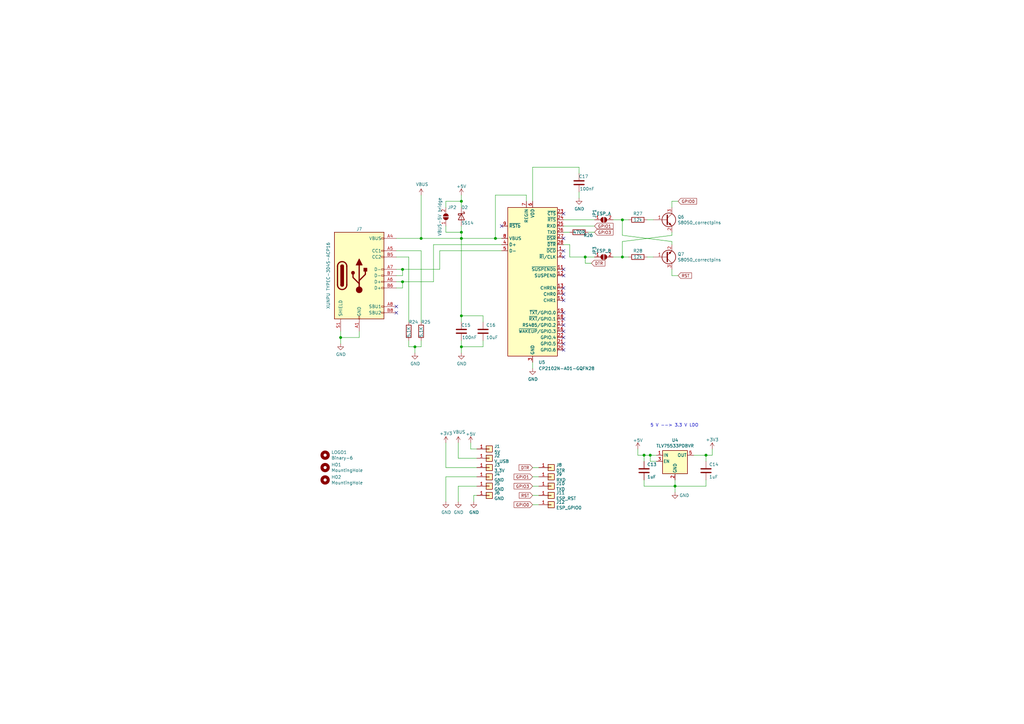
<source format=kicad_sch>
(kicad_sch (version 20210126) (generator eeschema)
  (paper "A3")
  (title_block (title "ESP-Hiro") (date "2021-01-31") (rev "1") (company "Binary-6"))
  (lib_symbols
    (symbol "Connector:USB_C_Receptacle_USB2.0" (pin_names (offset 1.016))
      (property "Reference" "J" (at -10.16 19.05 0))
      (property "Value" "USB_C_Receptacle_USB2.0" (at 19.05 19.05 0))
      (symbol "USB_C_Receptacle_USB2.0_0_0"
        (rectangle (start -0.254 -17.78) (end 0.254 -16.764))
        (rectangle (start 10.16 -14.986) (end 9.144 -15.494))
        (rectangle (start 10.16 -12.446) (end 9.144 -12.954))
        (rectangle (start 10.16 -4.826) (end 9.144 -5.334))
        (rectangle (start 10.16 -2.286) (end 9.144 -2.794))
        (rectangle (start 10.16 0.254) (end 9.144 -0.254))
        (rectangle (start 10.16 2.794) (end 9.144 2.286))
        (rectangle (start 10.16 7.874) (end 9.144 7.366))
        (rectangle (start 10.16 10.414) (end 9.144 9.906))
        (rectangle (start 10.16 15.494) (end 9.144 14.986))
      )
      (symbol "USB_C_Receptacle_USB2.0_0_1"
        (arc (start -8.89 -3.81) (end -5.08 -3.81) (radius (at -6.985 -3.81) (length 1.905) (angles -179.9 -0.1)) (stroke (width 0.508)))
        (arc (start -7.62 -3.81) (end -6.35 -3.81) (radius (at -6.985 -3.81) (length 0.635) (angles -179.9 -0.1)) (stroke (width 0.254)))
        (arc (start -7.62 -3.81) (end -6.35 -3.81) (radius (at -6.985 -3.81) (length 0.635) (angles -179.9 -0.1)) (stroke (width 0.254)) (fill (type outline)))
        (arc (start -6.35 3.81) (end -7.62 3.81) (radius (at -6.985 3.81) (length 0.635) (angles 0.1 179.9)) (stroke (width 0.254)) (fill (type outline)))
        (arc (start -6.35 3.81) (end -7.62 3.81) (radius (at -6.985 3.81) (length 0.635) (angles 0.1 179.9)) (stroke (width 0.254)))
        (arc (start -5.08 3.81) (end -8.89 3.81) (radius (at -6.985 3.81) (length 1.905) (angles 0.1 179.9)) (stroke (width 0.508)))
        (circle (center -2.54 1.143) (radius 0.635) (stroke (width 0.254)) (fill (type outline)))
        (circle (center 0 -5.842) (radius 1.27) (fill (type outline)))
        (rectangle (start -10.16 17.78) (end 10.16 -17.78) (stroke (width 0.254)) (fill (type background)))
        (rectangle (start -7.62 -3.81) (end -6.35 3.81) (stroke (width 0.254)) (fill (type outline)))
        (rectangle (start 1.905 1.778) (end 3.175 3.048) (stroke (width 0.254)) (fill (type outline)))
        (polyline (pts (xy -8.89 -3.81) (xy -8.89 3.81)) (stroke (width 0.508)))
        (polyline (pts (xy -5.08 3.81) (xy -5.08 -3.81)) (stroke (width 0.508)))
        (polyline (pts (xy 0 -5.842) (xy 0 4.318)) (stroke (width 0.508)))
        (polyline (pts (xy 0 -3.302) (xy -2.54 -0.762) (xy -2.54 0.508)) (stroke (width 0.508)))
        (polyline (pts (xy 0 -2.032) (xy 2.54 0.508) (xy 2.54 1.778)) (stroke (width 0.508)))
        (polyline (pts (xy -1.27 4.318) (xy 0 6.858) (xy 1.27 4.318) (xy -1.27 4.318)) (stroke (width 0.254)) (fill (type outline)))
      )
      (symbol "USB_C_Receptacle_USB2.0_1_1"
        (pin passive line (at 0 -22.86 90) (length 5.08) (name "GND") (number "A1"))
        (pin passive line (at 0 -22.86 90) (length 5.08) hide (name "GND") (number "A12"))
        (pin passive line (at 15.24 15.24 180) (length 5.08) (name "VBUS") (number "A4"))
        (pin bidirectional line (at 15.24 10.16 180) (length 5.08) (name "CC1") (number "A5"))
        (pin bidirectional line (at 15.24 -2.54 180) (length 5.08) (name "D+") (number "A6"))
        (pin bidirectional line (at 15.24 2.54 180) (length 5.08) (name "D-") (number "A7"))
        (pin bidirectional line (at 15.24 -12.7 180) (length 5.08) (name "SBU1") (number "A8"))
        (pin passive line (at 15.24 15.24 180) (length 5.08) hide (name "VBUS") (number "A9"))
        (pin passive line (at 0 -22.86 90) (length 5.08) hide (name "GND") (number "B1"))
        (pin passive line (at 0 -22.86 90) (length 5.08) hide (name "GND") (number "B12"))
        (pin passive line (at 15.24 15.24 180) (length 5.08) hide (name "VBUS") (number "B4"))
        (pin bidirectional line (at 15.24 7.62 180) (length 5.08) (name "CC2") (number "B5"))
        (pin bidirectional line (at 15.24 -5.08 180) (length 5.08) (name "D+") (number "B6"))
        (pin bidirectional line (at 15.24 0 180) (length 5.08) (name "D-") (number "B7"))
        (pin bidirectional line (at 15.24 -15.24 180) (length 5.08) (name "SBU2") (number "B8"))
        (pin passive line (at 15.24 15.24 180) (length 5.08) hide (name "VBUS") (number "B9"))
        (pin passive line (at -7.62 -22.86 90) (length 5.08) (name "SHIELD") (number "S1"))
      )
    )
    (symbol "Connector_Generic:Conn_01x01" (pin_names (offset 1.016) hide)
      (property "Reference" "J" (at 0 2.54 0))
      (property "Value" "Conn_01x01" (at 0 -2.54 0))
      (symbol "Conn_01x01_1_1"
        (rectangle (start -1.27 0.127) (end 0 -0.127) (stroke (width 0.1524)))
        (rectangle (start -1.27 1.27) (end 1.27 -1.27) (stroke (width 0.254)) (fill (type background)))
        (pin passive line (at -5.08 0 0) (length 3.81) (name "Pin_1") (number "1"))
      )
    )
    (symbol "Device:C" (pin_numbers hide) (pin_names (offset 0.254))
      (property "Reference" "C" (at 0.635 2.54 0))
      (property "Value" "C" (at 0.635 -2.54 0))
      (symbol "C_0_1"
        (polyline (pts (xy -2.032 -0.762) (xy 2.032 -0.762)) (stroke (width 0.508)))
        (polyline (pts (xy -2.032 0.762) (xy 2.032 0.762)) (stroke (width 0.508)))
      )
      (symbol "C_1_1"
        (pin passive line (at 0 3.81 270) (length 2.794) (name "~") (number "1"))
        (pin passive line (at 0 -3.81 90) (length 2.794) (name "~") (number "2"))
      )
    )
    (symbol "Device:R" (pin_numbers hide) (pin_names (offset 0))
      (property "Reference" "R" (at 2.032 0 90))
      (property "Value" "R" (at 0 0 90))
      (symbol "R_0_1"
        (rectangle (start -1.016 -2.54) (end 1.016 2.54) (stroke (width 0.254)))
      )
      (symbol "R_1_1"
        (pin passive line (at 0 3.81 270) (length 1.27) (name "~") (number "1"))
        (pin passive line (at 0 -3.81 90) (length 1.27) (name "~") (number "2"))
      )
    )
    (symbol "Interface_USB:CP2102N-A01-GQFN28"
      (property "Reference" "U" (at -7.62 31.75 0))
      (property "Value" "CP2102N-A01-GQFN28" (at 26.67 31.75 0))
      (symbol "CP2102N-A01-GQFN28_0_1"
        (rectangle (start -10.16 30.48) (end 10.16 -30.48) (stroke (width 0.254)) (fill (type background)))
      )
      (symbol "CP2102N-A01-GQFN28_1_1"
        (pin input line (at 12.7 12.7 180) (length 2.54) (name "~DCD") (number "1"))
        (pin no_connect line (at -10.16 -10.16 0) (length 2.54) hide (name "NC") (number "10"))
        (pin output line (at 12.7 5.08 180) (length 2.54) (name "~SUSPENDb") (number "11"))
        (pin output line (at 12.7 2.54 180) (length 2.54) (name "SUSPEND") (number "12"))
        (pin output line (at 12.7 -2.54 180) (length 2.54) (name "CHREN") (number "13"))
        (pin output line (at 12.7 -7.62 180) (length 2.54) (name "CHR1") (number "14"))
        (pin output line (at 12.7 -5.08 180) (length 2.54) (name "CHR0") (number "15"))
        (pin bidirectional line (at 12.7 -20.32 180) (length 2.54) (name "~WAKEUP~/GPIO.3") (number "16"))
        (pin bidirectional line (at 12.7 -17.78 180) (length 2.54) (name "RS485/GPIO.2") (number "17"))
        (pin bidirectional line (at 12.7 -15.24 180) (length 2.54) (name "~RXT~/GPIO.1") (number "18"))
        (pin bidirectional line (at 12.7 -12.7 180) (length 2.54) (name "~TXT~/GPIO.0") (number "19"))
        (pin bidirectional line (at 12.7 10.16 180) (length 2.54) (name "~RI~/CLK") (number "2"))
        (pin bidirectional line (at 12.7 -27.94 180) (length 2.54) (name "GPIO.6") (number "20"))
        (pin bidirectional line (at 12.7 -25.4 180) (length 2.54) (name "GPIO.5") (number "21"))
        (pin bidirectional line (at 12.7 -22.86 180) (length 2.54) (name "GPIO.4") (number "22"))
        (pin input line (at 12.7 27.94 180) (length 2.54) (name "~CTS") (number "23"))
        (pin output line (at 12.7 25.4 180) (length 2.54) (name "~RTS") (number "24"))
        (pin input line (at 12.7 22.86 180) (length 2.54) (name "RXD") (number "25"))
        (pin output line (at 12.7 20.32 180) (length 2.54) (name "TXD") (number "26"))
        (pin input line (at 12.7 17.78 180) (length 2.54) (name "~DSR") (number "27"))
        (pin output line (at 12.7 15.24 180) (length 2.54) (name "~DTR") (number "28"))
        (pin passive line (at 0 -33.02 90) (length 2.54) hide (name "GND") (number "29"))
        (pin power_in line (at 0 -33.02 90) (length 2.54) (name "GND") (number "3"))
        (pin bidirectional line (at -12.7 15.24 0) (length 2.54) (name "D+") (number "4"))
        (pin bidirectional line (at -12.7 12.7 0) (length 2.54) (name "D-") (number "5"))
        (pin passive line (at 0 33.02 270) (length 2.54) (name "VDD") (number "6"))
        (pin power_in line (at -2.54 33.02 270) (length 2.54) (name "REGIN") (number "7"))
        (pin input line (at -12.7 17.78 0) (length 2.54) (name "VBUS") (number "8"))
        (pin input line (at -12.7 22.86 0) (length 2.54) (name "~RSTb") (number "9"))
      )
    )
    (symbol "Jumper:SolderJumper_2_Open" (pin_names (offset 0) hide)
      (property "Reference" "JP" (at 0 2.032 0))
      (property "Value" "SolderJumper_2_Open" (at 0 -2.54 0))
      (symbol "SolderJumper_2_Open_0_1"
        (arc (start -0.254 1.016) (end -0.254 -1.016) (radius (at -0.254 0) (length 1.016) (angles 90.1 -90.1)))
        (arc (start -0.254 1.016) (end -0.254 -1.016) (radius (at -0.254 0) (length 1.016) (angles 90.1 -90.1)) (fill (type outline)))
        (arc (start 0.254 -1.016) (end 0.254 1.016) (radius (at 0.254 0) (length 1.016) (angles -89.9 89.9)))
        (arc (start 0.254 -1.016) (end 0.254 1.016) (radius (at 0.254 0) (length 1.016) (angles -89.9 89.9)) (fill (type outline)))
        (polyline (pts (xy -0.254 1.016) (xy -0.254 -1.016)))
        (polyline (pts (xy 0.254 1.016) (xy 0.254 -1.016)))
      )
      (symbol "SolderJumper_2_Open_1_1"
        (pin passive line (at -3.81 0 0) (length 2.54) (name "A") (number "1"))
        (pin passive line (at 3.81 0 180) (length 2.54) (name "B") (number "2"))
      )
    )
    (symbol "Mechanical:MountingHole" (pin_names (offset 1.016))
      (property "Reference" "H" (at 0 5.08 0))
      (property "Value" "MountingHole" (at 0 3.175 0))
      (symbol "MountingHole_0_1"
        (circle (center 0 0) (radius 1.27) (stroke (width 1.27)))
      )
    )
    (symbol "MeineBibli:S8050_correctpins" (pin_names (offset 0) hide)
      (property "Reference" "Q" (at 5.08 1.905 0))
      (property "Value" "S8050_correctpins" (at 5.08 0 0))
      (symbol "S8050_correctpins_0_1"
        (circle (center 1.27 0) (radius 2.8194) (stroke (width 0.254)))
        (polyline (pts (xy 0 0) (xy 0.635 0)))
        (polyline (pts (xy 0.635 0.635) (xy 2.54 2.54)))
        (polyline (pts (xy 0.635 -0.635) (xy 2.54 -2.54) (xy 2.54 -2.54)))
        (polyline (pts (xy 0.635 1.905) (xy 0.635 -1.905) (xy 0.635 -1.905)) (stroke (width 0.508)))
        (polyline (pts (xy 1.27 -1.778) (xy 1.778 -1.27) (xy 2.286 -2.286) (xy 1.27 -1.778) (xy 1.27 -1.778)) (fill (type outline)))
      )
      (symbol "S8050_correctpins_1_1"
        (pin input line (at -5.08 0 0) (length 5.08) (name "B") (number "1"))
        (pin passive line (at 2.54 -5.08 90) (length 2.54) (name "E") (number "2"))
        (pin passive line (at 2.54 5.08 270) (length 2.54) (name "C") (number "3"))
      )
    )
    (symbol "MeineBibli:SS14" (pin_numbers hide) (pin_names (offset 1.016) hide)
      (property "Reference" "D" (at 0 2.54 0))
      (property "Value" "SS14" (at 0 -2.54 0))
      (symbol "SS14_0_1"
        (polyline (pts (xy 1.27 0) (xy -1.27 0)))
        (polyline (pts (xy 1.27 1.27) (xy 1.27 -1.27) (xy -1.27 0) (xy 1.27 1.27)) (stroke (width 0.254)))
        (polyline (pts (xy -1.905 0.635) (xy -1.905 1.27) (xy -1.27 1.27) (xy -1.27 -1.27) (xy -0.635 -1.27) (xy -0.635 -0.635)) (stroke (width 0.254)))
      )
      (symbol "SS14_1_1"
        (pin passive line (at -3.81 0 0) (length 2.54) (name "K") (number "1"))
        (pin passive line (at 3.81 0 180) (length 2.54) (name "A") (number "2"))
      )
    )
    (symbol "Regulator_Linear:TLV75533PDBV" (pin_names (offset 0.254))
      (property "Reference" "U" (at -3.81 5.715 0))
      (property "Value" "TLV75533PDBV" (at 0 5.715 0))
      (symbol "TLV75533PDBV_0_1"
        (rectangle (start -5.08 4.445) (end 5.08 -5.08) (stroke (width 0.254)) (fill (type background)))
      )
      (symbol "TLV75533PDBV_1_1"
        (pin power_in line (at -7.62 2.54 0) (length 2.54) (name "IN") (number "1"))
        (pin power_in line (at 0 -7.62 90) (length 2.54) (name "GND") (number "2"))
        (pin input line (at -7.62 0 0) (length 2.54) (name "EN") (number "3"))
        (pin no_connect line (at 5.08 0 180) (length 2.54) hide (name "NC") (number "4"))
        (pin power_out line (at 7.62 2.54 180) (length 2.54) (name "OUT") (number "5"))
      )
    )
    (symbol "power:+3.3V" (power) (pin_names (offset 0))
      (property "Value" "+3.3V" (at 0 3.556 0))
      (symbol "+3.3V_0_1"
        (polyline (pts (xy -0.762 1.27) (xy 0 2.54)))
        (polyline (pts (xy 0 0) (xy 0 2.54)))
        (polyline (pts (xy 0 2.54) (xy 0.762 1.27)))
      )
      (symbol "+3.3V_1_1"
        (pin power_in line (at 0 0 90) (length 0) hide (name "+3V3") (number "1"))
      )
    )
    (symbol "power:+5V" (power) (pin_names (offset 0))
      (property "Value" "+5V" (at 0 3.556 0))
      (symbol "+5V_0_1"
        (polyline (pts (xy -0.762 1.27) (xy 0 2.54)))
        (polyline (pts (xy 0 0) (xy 0 2.54)))
        (polyline (pts (xy 0 2.54) (xy 0.762 1.27)))
      )
      (symbol "+5V_1_1"
        (pin power_in line (at 0 0 90) (length 0) hide (name "+5V") (number "1"))
      )
    )
    (symbol "power:GND" (power) (pin_names (offset 0))
      (property "Value" "GND" (at 0 -3.81 0))
      (symbol "GND_0_1"
        (polyline (pts (xy 0 0) (xy 0 -1.27) (xy 1.27 -1.27) (xy 0 -2.54) (xy -1.27 -1.27) (xy 0 -1.27)))
      )
      (symbol "GND_1_1"
        (pin power_in line (at 0 0 270) (length 0) hide (name "GND") (number "1"))
      )
    )
    (symbol "power:VBUS" (power) (pin_names (offset 0))
      (property "Value" "VBUS" (at 0 3.81 0))
      (symbol "VBUS_0_1"
        (polyline (pts (xy -0.762 1.27) (xy 0 2.54)))
        (polyline (pts (xy 0 0) (xy 0 2.54)))
        (polyline (pts (xy 0 2.54) (xy 0.762 1.27)))
      )
      (symbol "VBUS_1_1"
        (pin power_in line (at 0 0 90) (length 0) hide (name "VBUS") (number "1"))
      )
    )
  )
  (junction (at 139.7 138.43) (diameter 1.016))
  (junction (at 165.1 110.49) (diameter 1.016))
  (junction (at 165.1 115.57) (diameter 1.016))
  (junction (at 170.18 142.24) (diameter 1.016))
  (junction (at 172.72 97.79) (diameter 1.016))
  (junction (at 189.23 82.55) (diameter 1.016))
  (junction (at 189.23 95.25) (diameter 1.016))
  (junction (at 189.23 97.79) (diameter 1.016))
  (junction (at 189.23 129.54) (diameter 1.016))
  (junction (at 189.23 142.24) (diameter 1.016))
  (junction (at 203.2 97.79) (diameter 1.016))
  (junction (at 240.03 105.41) (diameter 1.016))
  (junction (at 255.27 90.17) (diameter 1.016))
  (junction (at 255.27 105.41) (diameter 1.016))
  (junction (at 264.16 186.69) (diameter 1.016))
  (junction (at 266.7 186.69) (diameter 1.016))
  (junction (at 276.86 199.39) (diameter 1.016))
  (junction (at 289.56 186.69) (diameter 1.016))
  (no_connect (at 162.56 125.73))
  (no_connect (at 162.56 128.27))
  (no_connect (at 205.74 92.71))
  (no_connect (at 231.14 87.63))
  (no_connect (at 231.14 97.79))
  (no_connect (at 231.14 102.87))
  (no_connect (at 231.14 105.41))
  (no_connect (at 231.14 110.49))
  (no_connect (at 231.14 113.03))
  (no_connect (at 231.14 118.11))
  (no_connect (at 231.14 120.65))
  (no_connect (at 231.14 123.19))
  (no_connect (at 231.14 128.27))
  (no_connect (at 231.14 130.81))
  (no_connect (at 231.14 133.35))
  (no_connect (at 231.14 135.89))
  (no_connect (at 231.14 138.43))
  (no_connect (at 231.14 140.97))
  (no_connect (at 231.14 143.51))
  (wire (pts (xy 139.7 135.89) (xy 139.7 138.43)))
  (wire (pts (xy 139.7 138.43) (xy 139.7 140.97)))
  (wire (pts (xy 147.32 135.89) (xy 147.32 138.43)))
  (wire (pts (xy 147.32 138.43) (xy 139.7 138.43)))
  (wire (pts (xy 162.56 97.79) (xy 172.72 97.79)))
  (wire (pts (xy 162.56 102.87) (xy 172.72 102.87)))
  (wire (pts (xy 162.56 105.41) (xy 167.64 105.41)))
  (wire (pts (xy 162.56 110.49) (xy 165.1 110.49)))
  (wire (pts (xy 162.56 113.03) (xy 165.1 113.03)))
  (wire (pts (xy 162.56 115.57) (xy 165.1 115.57)))
  (wire (pts (xy 162.56 118.11) (xy 165.1 118.11)))
  (wire (pts (xy 165.1 110.49) (xy 180.34 110.49)))
  (wire (pts (xy 165.1 113.03) (xy 165.1 110.49)))
  (wire (pts (xy 165.1 115.57) (xy 177.8 115.57)))
  (wire (pts (xy 165.1 118.11) (xy 165.1 115.57)))
  (wire (pts (xy 167.64 105.41) (xy 167.64 132.08)))
  (wire (pts (xy 167.64 142.24) (xy 167.64 139.7)))
  (wire (pts (xy 170.18 142.24) (xy 167.64 142.24)))
  (wire (pts (xy 170.18 144.78) (xy 170.18 142.24)))
  (wire (pts (xy 172.72 80.01) (xy 172.72 97.79)))
  (wire (pts (xy 172.72 97.79) (xy 189.23 97.79)))
  (wire (pts (xy 172.72 102.87) (xy 172.72 132.08)))
  (wire (pts (xy 172.72 139.7) (xy 172.72 142.24)))
  (wire (pts (xy 172.72 142.24) (xy 170.18 142.24)))
  (wire (pts (xy 177.8 100.33) (xy 205.74 100.33)))
  (wire (pts (xy 177.8 115.57) (xy 177.8 100.33)))
  (wire (pts (xy 180.34 102.87) (xy 205.74 102.87)))
  (wire (pts (xy 180.34 110.49) (xy 180.34 102.87)))
  (wire (pts (xy 182.88 82.55) (xy 189.23 82.55)))
  (wire (pts (xy 182.88 85.09) (xy 182.88 82.55)))
  (wire (pts (xy 182.88 92.71) (xy 182.88 95.25)))
  (wire (pts (xy 182.88 95.25) (xy 189.23 95.25)))
  (wire (pts (xy 182.88 181.61) (xy 182.88 191.77)))
  (wire (pts (xy 182.88 191.77) (xy 195.58 191.77)))
  (wire (pts (xy 182.88 195.58) (xy 182.88 205.74)))
  (wire (pts (xy 187.96 187.96) (xy 187.96 181.61)))
  (wire (pts (xy 187.96 199.39) (xy 195.58 199.39)))
  (wire (pts (xy 187.96 205.74) (xy 187.96 199.39)))
  (wire (pts (xy 189.23 80.01) (xy 189.23 82.55)))
  (wire (pts (xy 189.23 82.55) (xy 189.23 85.09)))
  (wire (pts (xy 189.23 95.25) (xy 189.23 92.71)))
  (wire (pts (xy 189.23 97.79) (xy 189.23 95.25)))
  (wire (pts (xy 189.23 97.79) (xy 203.2 97.79)))
  (wire (pts (xy 189.23 129.54) (xy 189.23 97.79)))
  (wire (pts (xy 189.23 132.08) (xy 189.23 129.54)))
  (wire (pts (xy 189.23 142.24) (xy 189.23 139.7)))
  (wire (pts (xy 189.23 142.24) (xy 198.12 142.24)))
  (wire (pts (xy 189.23 144.78) (xy 189.23 142.24)))
  (wire (pts (xy 193.04 181.61) (xy 193.04 184.15)))
  (wire (pts (xy 193.04 184.15) (xy 195.58 184.15)))
  (wire (pts (xy 194.31 203.2) (xy 194.31 205.74)))
  (wire (pts (xy 195.58 187.96) (xy 187.96 187.96)))
  (wire (pts (xy 195.58 195.58) (xy 182.88 195.58)))
  (wire (pts (xy 195.58 203.2) (xy 194.31 203.2)))
  (wire (pts (xy 198.12 129.54) (xy 189.23 129.54)))
  (wire (pts (xy 198.12 132.08) (xy 198.12 129.54)))
  (wire (pts (xy 198.12 142.24) (xy 198.12 139.7)))
  (wire (pts (xy 203.2 80.01) (xy 215.9 80.01)))
  (wire (pts (xy 203.2 97.79) (xy 203.2 80.01)))
  (wire (pts (xy 203.2 97.79) (xy 205.74 97.79)))
  (wire (pts (xy 215.9 80.01) (xy 215.9 82.55)))
  (wire (pts (xy 218.44 68.58) (xy 218.44 82.55)))
  (wire (pts (xy 218.44 68.58) (xy 237.49 68.58)))
  (wire (pts (xy 218.44 148.59) (xy 218.44 151.13)))
  (wire (pts (xy 218.44 191.77) (xy 220.98 191.77)))
  (wire (pts (xy 218.44 199.39) (xy 220.98 199.39)))
  (wire (pts (xy 218.44 207.01) (xy 220.98 207.01)))
  (wire (pts (xy 220.98 195.58) (xy 218.44 195.58)))
  (wire (pts (xy 220.98 203.2) (xy 218.44 203.2)))
  (wire (pts (xy 231.14 90.17) (xy 243.84 90.17)))
  (wire (pts (xy 231.14 92.71) (xy 243.84 92.71)))
  (wire (pts (xy 231.14 95.25) (xy 233.68 95.25)))
  (wire (pts (xy 231.14 100.33) (xy 233.68 100.33)))
  (wire (pts (xy 233.68 100.33) (xy 233.68 105.41)))
  (wire (pts (xy 233.68 105.41) (xy 240.03 105.41)))
  (wire (pts (xy 237.49 68.58) (xy 237.49 71.12)))
  (wire (pts (xy 237.49 78.74) (xy 237.49 81.28)))
  (wire (pts (xy 240.03 107.95) (xy 240.03 105.41)))
  (wire (pts (xy 241.3 95.25) (xy 243.84 95.25)))
  (wire (pts (xy 242.57 107.95) (xy 240.03 107.95)))
  (wire (pts (xy 243.84 105.41) (xy 240.03 105.41)))
  (wire (pts (xy 251.46 90.17) (xy 255.27 90.17)))
  (wire (pts (xy 255.27 90.17) (xy 257.81 90.17)))
  (wire (pts (xy 255.27 96.52) (xy 255.27 90.17)))
  (wire (pts (xy 255.27 99.06) (xy 255.27 105.41)))
  (wire (pts (xy 255.27 105.41) (xy 251.46 105.41)))
  (wire (pts (xy 255.27 105.41) (xy 257.81 105.41)))
  (wire (pts (xy 261.62 184.15) (xy 261.62 186.69)))
  (wire (pts (xy 261.62 186.69) (xy 264.16 186.69)))
  (wire (pts (xy 264.16 189.23) (xy 264.16 186.69)))
  (wire (pts (xy 264.16 196.85) (xy 264.16 199.39)))
  (wire (pts (xy 264.16 199.39) (xy 276.86 199.39)))
  (wire (pts (xy 265.43 90.17) (xy 267.97 90.17)))
  (wire (pts (xy 265.43 105.41) (xy 267.97 105.41)))
  (wire (pts (xy 266.7 186.69) (xy 264.16 186.69)))
  (wire (pts (xy 266.7 186.69) (xy 269.24 186.69)))
  (wire (pts (xy 266.7 189.23) (xy 266.7 186.69)))
  (wire (pts (xy 269.24 189.23) (xy 266.7 189.23)))
  (wire (pts (xy 275.59 82.55) (xy 278.13 82.55)))
  (wire (pts (xy 275.59 85.09) (xy 275.59 82.55)))
  (wire (pts (xy 275.59 95.25) (xy 275.59 96.52)))
  (wire (pts (xy 275.59 96.52) (xy 255.27 99.06)))
  (wire (pts (xy 275.59 99.06) (xy 255.27 96.52)))
  (wire (pts (xy 275.59 100.33) (xy 275.59 99.06)))
  (wire (pts (xy 275.59 110.49) (xy 275.59 113.03)))
  (wire (pts (xy 275.59 113.03) (xy 278.13 113.03)))
  (wire (pts (xy 276.86 196.85) (xy 276.86 199.39)))
  (wire (pts (xy 276.86 199.39) (xy 289.56 199.39)))
  (wire (pts (xy 276.86 201.93) (xy 276.86 199.39)))
  (wire (pts (xy 284.48 186.69) (xy 289.56 186.69)))
  (wire (pts (xy 289.56 186.69) (xy 292.1 186.69)))
  (wire (pts (xy 289.56 189.23) (xy 289.56 186.69)))
  (wire (pts (xy 289.56 196.85) (xy 289.56 199.39)))
  (wire (pts (xy 292.1 186.69) (xy 292.1 184.15)))
  (text "5 V --> 3.3 V LDO" (at 266.7 175.26 0) (effects (font (size 1.27 1.27)) (justify left bottom)))
  (global_label "DTR" (shape input) (at 218.44 191.77 180) (effects (font (size 1.1938 1.1938))) (property "Intersheet References" "${INTERSHEET_REFS}" (effects hide)))
  (global_label "GPIO1" (shape input) (at 218.44 195.58 180) (effects (font (size 1.1938 1.1938))) (property "Intersheet References" "${INTERSHEET_REFS}" (effects hide)))
  (global_label "GPIO3" (shape input) (at 218.44 199.39 180) (effects (font (size 1.1938 1.1938))) (property "Intersheet References" "${INTERSHEET_REFS}" (effects hide)))
  (global_label "RST" (shape input) (at 218.44 203.2 180) (effects (font (size 1.1938 1.1938))) (property "Intersheet References" "${INTERSHEET_REFS}" (effects hide)))
  (global_label "GPIO0" (shape input) (at 218.44 207.01 180) (effects (font (size 1.1938 1.1938))) (property "Intersheet References" "${INTERSHEET_REFS}" (effects hide)))
  (global_label "DTR" (shape input) (at 242.57 107.95 0) (effects (font (size 1.1938 1.1938))) (property "Intersheet References" "${INTERSHEET_REFS}" (effects hide)))
  (global_label "GPIO1" (shape input) (at 243.84 92.71 0) (effects (font (size 1.1938 1.1938))) (property "Intersheet References" "${INTERSHEET_REFS}" (effects hide)))
  (global_label "GPIO3" (shape input) (at 243.84 95.25 0) (effects (font (size 1.1938 1.1938))) (property "Intersheet References" "${INTERSHEET_REFS}" (effects hide)))
  (global_label "GPIO0" (shape input) (at 278.13 82.55 0) (effects (font (size 1.1938 1.1938))) (property "Intersheet References" "${INTERSHEET_REFS}" (effects hide)))
  (global_label "RST" (shape input) (at 278.13 113.03 0) (effects (font (size 1.1938 1.1938))) (property "Intersheet References" "${INTERSHEET_REFS}" (effects hide)))
  (symbol (lib_id "power:VBUS") (at 172.72 80.01 0) (unit 1)
    (property "Reference" "#PWR0102" (effects hide))
    (property "Value" "VBUS" (at 173.101 75.6158 0))
  )
  (symbol (lib_id "power:+3.3V") (at 182.88 181.61 0)
    (property "Reference" "#PWR0109" (effects hide))
    (property "Value" "+3.3V" (at 182.88 177.8 0))
  )
  (symbol (lib_id "power:VBUS") (at 187.96 181.61 0) (unit 1)
    (property "Reference" "#PWR0110" (effects hide))
    (property "Value" "VBUS" (at 188.341 177.2158 0))
  )
  (symbol (lib_id "power:+5V") (at 189.23 80.01 0)
    (property "Reference" "#PWR0107" (effects hide))
    (property "Value" "+5V" (at 189.23 76.454 0))
  )
  (symbol (lib_id "power:+5V") (at 193.04 181.61 0)
    (property "Reference" "#PWR0103" (effects hide))
    (property "Value" "+5V" (at 193.04 178.054 0))
  )
  (symbol (lib_id "power:+5V") (at 261.62 184.15 0)
    (property "Reference" "#PWR015" (effects hide))
    (property "Value" "+5V" (at 261.62 180.594 0))
  )
  (symbol (lib_id "power:+3.3V") (at 292.1 184.15 0)
    (property "Reference" "#PWR017" (effects hide))
    (property "Value" "+3.3V" (at 292.1 180.34 0))
  )
  (symbol (lib_id "power:GND") (at 139.7 140.97 0) (unit 1)
    (property "Reference" "#PWR0101" (effects hide))
    (property "Value" "GND" (at 139.827 145.3642 0))
  )
  (symbol (lib_id "power:GND") (at 170.18 144.78 0) (unit 1)
    (property "Reference" "#PWR0108" (effects hide))
    (property "Value" "GND" (at 170.307 149.1742 0))
  )
  (symbol (lib_id "power:GND") (at 182.88 205.74 0) (unit 1)
    (property "Reference" "#PWR0113" (effects hide))
    (property "Value" "GND" (at 183.007 210.1342 0))
  )
  (symbol (lib_id "power:GND") (at 187.96 205.74 0) (unit 1)
    (property "Reference" "#PWR0112" (effects hide))
    (property "Value" "GND" (at 188.087 210.1342 0))
  )
  (symbol (lib_id "power:GND") (at 189.23 144.78 0) (unit 1)
    (property "Reference" "#PWR0106" (effects hide))
    (property "Value" "GND" (at 189.357 149.1742 0))
  )
  (symbol (lib_id "power:GND") (at 194.31 205.74 0) (unit 1)
    (property "Reference" "#PWR0111" (effects hide))
    (property "Value" "GND" (at 194.437 210.1342 0))
  )
  (symbol (lib_id "power:GND") (at 218.44 151.13 0) (unit 1)
    (property "Reference" "#PWR0104" (effects hide))
    (property "Value" "GND" (at 218.567 155.5242 0))
  )
  (symbol (lib_id "power:GND") (at 237.49 81.28 0) (unit 1)
    (property "Reference" "#PWR0105" (effects hide))
    (property "Value" "GND" (at 237.617 85.6742 0))
  )
  (symbol (lib_id "power:GND") (at 276.86 201.93 0) (unit 1)
    (property "Reference" "#PWR016" (effects hide))
    (property "Value" "GND" (at 280.67 203.2 0))
  )
  (symbol (lib_id "Mechanical:MountingHole") (at 133.35 186.69 0) (unit 1)
    (property "Reference" "LOGO1" (at 135.89 185.5216 0) (effects (justify left)))
    (property "Value" "Binary-6" (at 135.89 187.833 0) (effects (justify left)))
    (property "Footprint" "MeineBib:LOGO" (effects hide))
  )
  (symbol (lib_id "Mechanical:MountingHole") (at 133.35 191.77 0) (unit 1)
    (property "Reference" "HO1" (at 135.89 190.6016 0) (effects (justify left)))
    (property "Value" "MountingHole" (at 135.89 192.913 0) (effects (justify left)))
    (property "Footprint" "MeineBib:EigenesMountingHole_2.7mm_M2.5" (effects hide))
  )
  (symbol (lib_id "Mechanical:MountingHole") (at 133.35 196.85 0) (unit 1)
    (property "Reference" "HO2" (at 135.89 195.6816 0) (effects (justify left)))
    (property "Value" "MountingHole" (at 135.89 197.993 0) (effects (justify left)))
    (property "Footprint" "MeineBib:EigenesMountingHole_2.7mm_M2.5" (effects hide))
  )
  (symbol (lib_id "Device:R") (at 167.64 135.89 0) (unit 1)
    (property "Reference" "R24" (at 167.64 132.08 0) (effects (justify left)))
    (property "Value" "5.1K" (at 167.64 138.43 90) (effects (justify left)))
    (property "Footprint" "Resistor_SMD:R_0603_1608Metric" (effects hide))
    (property "LCSC" "C23186" (effects hide))
  )
  (symbol (lib_id "Device:R") (at 172.72 135.89 0) (unit 1)
    (property "Reference" "R25" (at 172.72 132.08 0) (effects (justify left)))
    (property "Value" "5.1K" (at 172.72 138.43 90) (effects (justify left)))
    (property "Footprint" "Resistor_SMD:R_0603_1608Metric" (effects hide))
    (property "LCSC" "C23186" (effects hide))
  )
  (symbol (lib_id "Device:R") (at 237.49 95.25 270) (unit 1)
    (property "Reference" "R26" (at 241.3 96.52 90))
    (property "Value" "470R" (at 237.49 95.25 90))
    (property "Footprint" "Resistor_SMD:R_0603_1608Metric" (effects hide))
    (property "LCSC" " C23179" (effects hide))
  )
  (symbol (lib_id "Device:R") (at 261.62 90.17 90)
    (property "Reference" "R27" (at 261.62 87.63 90))
    (property "Value" "12k" (at 261.62 90.17 90))
    (property "Footprint" "Resistor_SMD:R_0603_1608Metric" (effects hide))
    (property "LCSC" "C22790" (effects hide))
  )
  (symbol (lib_id "Device:R") (at 261.62 105.41 90)
    (property "Reference" "R28" (at 261.62 102.87 90))
    (property "Value" "12k" (at 261.62 105.41 90))
    (property "Footprint" "Resistor_SMD:R_0603_1608Metric" (effects hide))
    (property "LCSC" "C22790" (effects hide))
  )
  (symbol (lib_id "Connector_Generic:Conn_01x01") (at 200.66 184.15 0) (unit 1)
    (property "Reference" "J1" (at 202.692 183.0832 0) (effects (justify left)))
    (property "Value" "5V" (at 202.692 185.3946 0) (effects (justify left)))
    (property "Footprint" "EigeneModule:PinheaderOwn" (effects hide))
  )
  (symbol (lib_id "Connector_Generic:Conn_01x01") (at 200.66 187.96 0) (unit 1)
    (property "Reference" "J2" (at 202.692 186.8932 0) (effects (justify left)))
    (property "Value" "V_USB" (at 202.692 189.2046 0) (effects (justify left)))
    (property "Footprint" "EigeneModule:PinheaderOwn" (effects hide))
  )
  (symbol (lib_id "Connector_Generic:Conn_01x01") (at 200.66 191.77 0) (unit 1)
    (property "Reference" "J3" (at 202.692 190.7032 0) (effects (justify left)))
    (property "Value" "3.3V" (at 202.692 193.0146 0) (effects (justify left)))
    (property "Footprint" "EigeneModule:PinheaderOwn" (effects hide))
  )
  (symbol (lib_id "Connector_Generic:Conn_01x01") (at 200.66 195.58 0) (unit 1)
    (property "Reference" "J4" (at 202.692 194.5132 0) (effects (justify left)))
    (property "Value" "GND" (at 202.692 196.8246 0) (effects (justify left)))
    (property "Footprint" "EigeneModule:PinheaderOwn" (effects hide))
  )
  (symbol (lib_id "Connector_Generic:Conn_01x01") (at 200.66 199.39 0) (unit 1)
    (property "Reference" "J5" (at 202.692 198.3232 0) (effects (justify left)))
    (property "Value" "GND" (at 202.692 200.6346 0) (effects (justify left)))
    (property "Footprint" "EigeneModule:PinheaderOwn" (effects hide))
  )
  (symbol (lib_id "Connector_Generic:Conn_01x01") (at 200.66 203.2 0) (unit 1)
    (property "Reference" "J6" (at 202.692 202.1332 0) (effects (justify left)))
    (property "Value" "GND" (at 202.692 204.4446 0) (effects (justify left)))
    (property "Footprint" "EigeneModule:PinheaderOwn" (effects hide))
  )
  (symbol (lib_id "Connector_Generic:Conn_01x01") (at 226.06 191.77 0) (unit 1)
    (property "Reference" "J8" (at 228.092 190.7032 0) (effects (justify left)))
    (property "Value" "DTR" (at 228.092 193.0146 0) (effects (justify left)))
    (property "Footprint" "EigeneModule:PinheaderOwn" (effects hide))
  )
  (symbol (lib_id "Connector_Generic:Conn_01x01") (at 226.06 195.58 0) (unit 1)
    (property "Reference" "J9" (at 228.092 194.5132 0) (effects (justify left)))
    (property "Value" "RXD" (at 228.092 196.8246 0) (effects (justify left)))
    (property "Footprint" "EigeneModule:PinheaderOwn" (effects hide))
  )
  (symbol (lib_id "Connector_Generic:Conn_01x01") (at 226.06 199.39 0) (unit 1)
    (property "Reference" "J10" (at 228.092 198.3232 0) (effects (justify left)))
    (property "Value" "TXD" (at 228.092 200.6346 0) (effects (justify left)))
    (property "Footprint" "EigeneModule:PinheaderOwn" (effects hide))
  )
  (symbol (lib_id "Connector_Generic:Conn_01x01") (at 226.06 203.2 0) (unit 1)
    (property "Reference" "J11" (at 228.092 202.1332 0) (effects (justify left)))
    (property "Value" "ESP_RST" (at 228.092 204.4446 0) (effects (justify left)))
    (property "Footprint" "EigeneModule:PinheaderOwn" (effects hide))
  )
  (symbol (lib_id "Connector_Generic:Conn_01x01") (at 226.06 207.01 0) (unit 1)
    (property "Reference" "J12" (at 228.092 205.9432 0) (effects (justify left)))
    (property "Value" "ESP_GPIO0" (at 228.092 208.2546 0) (effects (justify left)))
    (property "Footprint" "EigeneModule:PinheaderOwn" (effects hide))
  )
  (symbol (lib_id "Jumper:SolderJumper_2_Open") (at 182.88 88.9 90) (unit 1)
    (property "Reference" "JP2" (at 185.42 85.09 90))
    (property "Value" "VBUS-5V bridge" (at 180.34 88.9 0))
    (property "Footprint" "Jumper:SolderJumper-2_P1.3mm_Open_TrianglePad1.0x1.5mm" (effects hide))
  )
  (symbol (lib_id "Jumper:SolderJumper_2_Open") (at 247.65 90.17 0) (unit 1)
    (property "Reference" "JP1" (at 243.84 87.63 90))
    (property "Value" "ESP_A" (at 247.65 87.63 0))
    (property "Footprint" "Jumper:SolderJumper-2_P1.3mm_Open_TrianglePad1.0x1.5mm" (effects hide))
  )
  (symbol (lib_id "Jumper:SolderJumper_2_Open") (at 247.65 105.41 0) (unit 1)
    (property "Reference" "JP3" (at 243.84 102.87 90))
    (property "Value" "ESP_B" (at 247.65 102.87 0))
    (property "Footprint" "Jumper:SolderJumper-2_P1.3mm_Open_TrianglePad1.0x1.5mm" (effects hide))
  )
  (symbol (lib_id "MeineBibli:SS14") (at 189.23 88.9 270) (unit 1)
    (property "Reference" "D2" (at 189.23 85.09 90) (effects (justify left)))
    (property "Value" "SS14" (at 189.23 91.44 90) (effects (justify left)))
    (property "Footprint" "Diode_SMD:D_SMA" (effects hide))
    (property "Datasheet" "https://datasheet.lcsc.com/szlcsc/1903051003_MDD-Jiangsu-Yutai-Elec-SS14_C2480.pdf" (effects hide))
    (property "LCSC" "C2480" (effects hide))
  )
  (symbol (lib_id "Device:C") (at 189.23 135.89 180)
    (property "Reference" "C15" (at 193.04 133.35 0) (effects (justify left)))
    (property "Value" "100nF" (at 195.58 138.43 0) (effects (justify left)))
    (property "Footprint" "Capacitor_SMD:C_0603_1608Metric" (effects hide))
    (property "LCSC" "C14663" (effects hide))
  )
  (symbol (lib_id "Device:C") (at 198.12 135.89 0) (unit 1)
    (property "Reference" "C16" (at 199.39 133.35 0) (effects (justify left)))
    (property "Value" "10uF" (at 199.39 138.43 0) (effects (justify left)))
    (property "Footprint" "Capacitor_SMD:C_1206_3216Metric" (effects hide))
    (property "LCSC" "C13585" (effects hide))
  )
  (symbol (lib_id "Device:C") (at 237.49 74.93 180)
    (property "Reference" "C17" (at 241.3 72.39 0) (effects (justify left)))
    (property "Value" "100nF" (at 243.84 77.47 0) (effects (justify left)))
    (property "Footprint" "Capacitor_SMD:C_0603_1608Metric" (effects hide))
    (property "LCSC" "C14663" (effects hide))
  )
  (symbol (lib_id "Device:C") (at 264.16 193.04 0) (unit 1)
    (property "Reference" "C13" (at 265.43 190.5 0) (effects (justify left)))
    (property "Value" "1uF" (at 265.43 195.58 0) (effects (justify left)))
    (property "Footprint" "Capacitor_SMD:C_0603_1608Metric" (effects hide))
    (property "LCSC" " C15849" (effects hide))
  )
  (symbol (lib_id "Device:C") (at 289.56 193.04 0) (unit 1)
    (property "Reference" "C14" (at 290.83 190.5 0) (effects (justify left)))
    (property "Value" "1uF" (at 290.83 195.58 0) (effects (justify left)))
    (property "Footprint" "Capacitor_SMD:C_0603_1608Metric" (effects hide))
    (property "LCSC" " C15849" (effects hide))
  )
  (symbol (lib_id "MeineBibli:S8050_correctpins") (at 273.05 90.17 0) (unit 1)
    (property "Reference" "Q6" (at 277.9014 89.0016 0) (effects (justify left)))
    (property "Value" "S8050_correctpins" (at 277.9014 91.313 0) (effects (justify left)))
    (property "Footprint" "Package_TO_SOT_SMD:SOT-23" (effects hide))
    (property "Datasheet" "https://datasheet.lcsc.com/szlcsc/1811052004_Changjiang-Electronics-Tech-CJ-SS8050_C2150.pdf" (effects hide))
    (property "LCSC" "C2150" (effects hide))
  )
  (symbol (lib_id "MeineBibli:S8050_correctpins") (at 273.05 105.41 0) (mirror x) (unit 1)
    (property "Reference" "Q7" (at 277.9014 104.2416 0) (effects (justify left)))
    (property "Value" "S8050_correctpins" (at 277.9014 106.553 0) (effects (justify left)))
    (property "Footprint" "Package_TO_SOT_SMD:SOT-23" (effects hide))
    (property "Datasheet" "https://datasheet.lcsc.com/szlcsc/1811052004_Changjiang-Electronics-Tech-CJ-SS8050_C2150.pdf" (effects hide))
    (property "LCSC" "C2150" (effects hide))
  )
  (symbol (lib_id "Regulator_Linear:TLV75533PDBV") (at 276.86 189.23 0) (unit 1)
    (property "Reference" "U4" (at 276.86 180.5432 0))
    (property "Value" "TLV75533PDBVR" (at 276.86 182.8546 0))
    (property "Footprint" "Package_TO_SOT_SMD:SOT-23-5" (effects hide))
    (property "Datasheet" "http://www.ti.com/lit/ds/symlink/tlv755p.pdf" (effects hide))
    (property "LCSC" "C404027" (effects hide))
  )
  (symbol (lib_id "Connector:USB_C_Receptacle_USB2.0") (at 147.32 113.03 0) (unit 1)
    (property "Reference" "J7" (at 147.32 93.98 0))
    (property "Value" "XUNPU TYPEC-304S-ACP16 " (at 134.62 113.03 90))
    (property "Footprint" "MeineBib:USB_C_Receptacle_XUNPU_TYPEC-304S-ACP16" (effects hide))
    (property "Datasheet" "https://datasheet.lcsc.com/szlcsc/2008152133_XUNPU-TYPEC-304S-ACP16_C720630.pdf" (effects hide))
    (property "LCSC" "C720630" (effects hide))
  )
  (symbol (lib_id "Interface_USB:CP2102N-A01-GQFN28") (at 218.44 115.57 0) (unit 1)
    (property "Reference" "U5" (at 222.25 148.59 0))
    (property "Value" "CP2102N-A01-GQFN28" (at 232.41 151.13 0))
    (property "Footprint" "Package_DFN_QFN:QFN-28-1EP_5x5mm_P0.5mm_EP3.35x3.35mm" (effects hide))
    (property "Datasheet" "https://datasheet.lcsc.com/szlcsc/1811081920_SILICON-LABS-CP2102-GMR_C6568.pdf" (effects hide))
    (property "LCSC" "C6568" (effects hide))
  )
)
</source>
